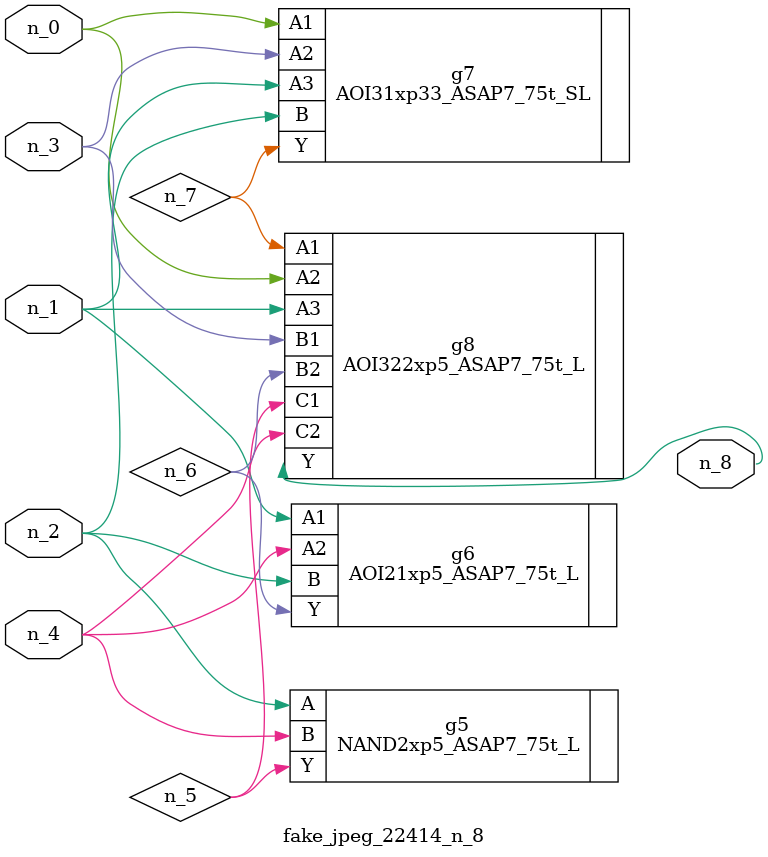
<source format=v>
module fake_jpeg_22414_n_8 (n_3, n_2, n_1, n_0, n_4, n_8);

input n_3;
input n_2;
input n_1;
input n_0;
input n_4;

output n_8;

wire n_6;
wire n_5;
wire n_7;

NAND2xp5_ASAP7_75t_L g5 ( 
.A(n_2),
.B(n_4),
.Y(n_5)
);

AOI21xp5_ASAP7_75t_L g6 ( 
.A1(n_1),
.A2(n_4),
.B(n_2),
.Y(n_6)
);

AOI31xp33_ASAP7_75t_SL g7 ( 
.A1(n_0),
.A2(n_3),
.A3(n_1),
.B(n_2),
.Y(n_7)
);

AOI322xp5_ASAP7_75t_L g8 ( 
.A1(n_7),
.A2(n_0),
.A3(n_1),
.B1(n_3),
.B2(n_6),
.C1(n_5),
.C2(n_4),
.Y(n_8)
);


endmodule
</source>
